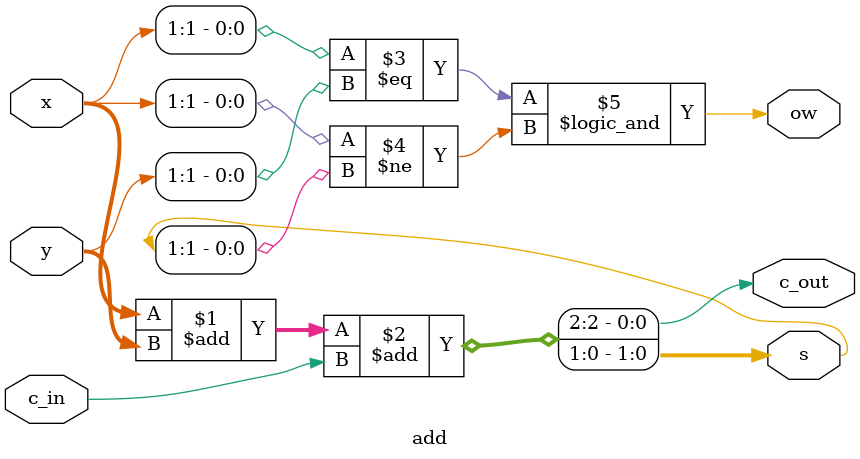
<source format=v>
module add( 
    x, y, c_in,
    s, c_out, ow    
);
    parameter N = 2;

    input [N-1:0] x, y;
    input c_in;

    output [N-1:0] s;
    output c_out, ow;

    assign #1 {c_out, s} = x + y + c_in;
    assign #1 ow = (x[N-1] == y[N-1]) && (x[N-1] != s[N-1]);

endmodule
</source>
